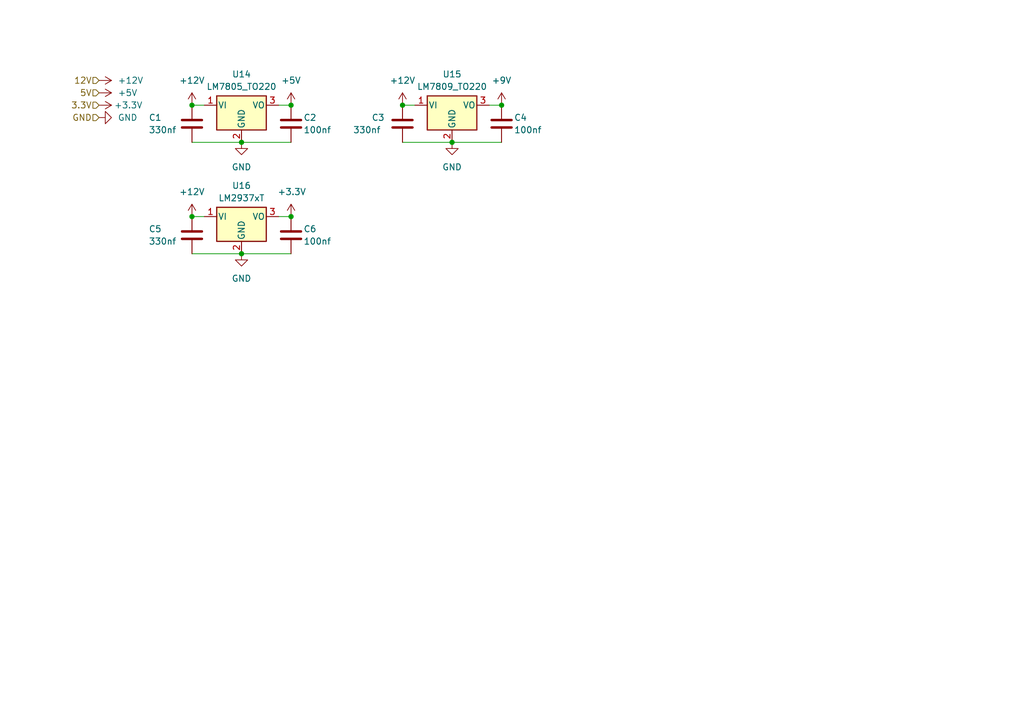
<source format=kicad_sch>
(kicad_sch (version 20231120) (generator "eeschema") (generator_version "8.0")
  (paper "A5")
  (title_block (title "Power Distribution") (date "2024-07-07") (rev "1.0"))
  (lib_symbols
    (symbol "Device:C" (pin_numbers hide) (pin_names (offset 0.254))
      (property "Reference" "C" (at 0.635 2.54 0))
      (property "Value" "C" (at 0.635 -2.54 0))
      (symbol "C_0_1"
        (polyline (pts (xy -2.032 -0.762) (xy 2.032 -0.762)) (stroke (width 0.508)))
        (polyline (pts (xy -2.032 0.762) (xy 2.032 0.762)) (stroke (width 0.508)))
      )
      (symbol "C_1_1"
        (pin passive line (at 0 3.81 270) (length 2.794) (name "~") (number "1"))
        (pin passive line (at 0 -3.81 90) (length 2.794) (name "~") (number "2"))
      )
    )
    (symbol "Regulator_Linear:LM2937xT" (pin_names (offset 0.254))
      (property "Reference" "U" (at -3.81 3.175 0))
      (property "Value" "LM2937xT" (at 0 3.175 0))
      (symbol "LM2937xT_0_1"
        (rectangle (start -5.08 1.905) (end 5.08 -5.08) (stroke (width 0.254)) (fill (type background)))
      )
      (symbol "LM2937xT_1_1"
        (pin power_in line (at -7.62 0 0) (length 2.54) (name "VI") (number "1"))
        (pin power_in line (at 0 -7.62 90) (length 2.54) (name "GND") (number "2"))
        (pin power_out line (at 7.62 0 180) (length 2.54) (name "VO") (number "3"))
      )
    )
    (symbol "Regulator_Linear:LM7805_TO220" (pin_names (offset 0.254))
      (property "Reference" "U" (at -3.81 3.175 0))
      (property "Value" "LM7805_TO220" (at 0 3.175 0))
      (symbol "LM7805_TO220_0_1"
        (rectangle (start -5.08 1.905) (end 5.08 -5.08) (stroke (width 0.254)) (fill (type background)))
      )
      (symbol "LM7805_TO220_1_1"
        (pin power_in line (at -7.62 0 0) (length 2.54) (name "VI") (number "1"))
        (pin power_in line (at 0 -7.62 90) (length 2.54) (name "GND") (number "2"))
        (pin power_out line (at 7.62 0 180) (length 2.54) (name "VO") (number "3"))
      )
    )
    (symbol "Regulator_Linear:LM7809_TO220" (pin_names (offset 0.254))
      (property "Reference" "U" (at -3.81 3.175 0))
      (property "Value" "LM7809_TO220" (at 0 3.175 0))
      (symbol "LM7809_TO220_0_1"
        (rectangle (start -5.08 1.905) (end 5.08 -5.08) (stroke (width 0.254)) (fill (type background)))
      )
      (symbol "LM7809_TO220_1_1"
        (pin power_in line (at -7.62 0 0) (length 2.54) (name "VI") (number "1"))
        (pin power_in line (at 0 -7.62 90) (length 2.54) (name "GND") (number "2"))
        (pin power_out line (at 7.62 0 180) (length 2.54) (name "VO") (number "3"))
      )
    )
    (symbol "power:+12V" (power) (pin_names (offset 0))
      (property "Value" "+12V" (at 0 3.556 0))
      (symbol "+12V_0_1"
        (polyline (pts (xy -0.762 1.27) (xy 0 2.54)))
        (polyline (pts (xy 0 0) (xy 0 2.54)))
        (polyline (pts (xy 0 2.54) (xy 0.762 1.27)))
      )
      (symbol "+12V_1_1"
        (pin power_in line (at 0 0 90) (length 0) hide (name "+12V") (number "1"))
      )
    )
    (symbol "power:+3.3V" (power) (pin_names (offset 0))
      (property "Value" "+3.3V" (at 0 3.556 0))
      (symbol "+3.3V_0_1"
        (polyline (pts (xy -0.762 1.27) (xy 0 2.54)))
        (polyline (pts (xy 0 0) (xy 0 2.54)))
        (polyline (pts (xy 0 2.54) (xy 0.762 1.27)))
      )
      (symbol "+3.3V_1_1"
        (pin power_in line (at 0 0 90) (length 0) hide (name "+3.3V") (number "1"))
      )
    )
    (symbol "power:+5V" (power) (pin_names (offset 0))
      (property "Value" "+5V" (at 0 3.556 0))
      (symbol "+5V_0_1"
        (polyline (pts (xy -0.762 1.27) (xy 0 2.54)))
        (polyline (pts (xy 0 0) (xy 0 2.54)))
        (polyline (pts (xy 0 2.54) (xy 0.762 1.27)))
      )
      (symbol "+5V_1_1"
        (pin power_in line (at 0 0 90) (length 0) hide (name "+5V") (number "1"))
      )
    )
    (symbol "power:+9V" (power) (pin_names (offset 0))
      (property "Value" "+9V" (at 0 3.556 0))
      (symbol "+9V_0_1"
        (polyline (pts (xy -0.762 1.27) (xy 0 2.54)))
        (polyline (pts (xy 0 0) (xy 0 2.54)))
        (polyline (pts (xy 0 2.54) (xy 0.762 1.27)))
      )
      (symbol "+9V_1_1"
        (pin power_in line (at 0 0 90) (length 0) hide (name "+9V") (number "1"))
      )
    )
    (symbol "power:GND" (power) (pin_names (offset 0))
      (property "Value" "GND" (at 0 -3.81 0))
      (symbol "GND_0_1"
        (polyline (pts (xy 0 0) (xy 0 -1.27) (xy 1.27 -1.27) (xy 0 -2.54) (xy -1.27 -1.27) (xy 0 -1.27)))
      )
      (symbol "GND_1_1"
        (pin power_in line (at 0 0 270) (length 0) hide (name "GND") (number "1"))
      )
    )
  )
  (junction (at 102.87 21.59))
  (junction (at 49.53 29.21))
  (junction (at 39.37 21.59))
  (junction (at 92.71 29.21))
  (junction (at 82.55 21.59))
  (junction (at 59.69 44.45))
  (junction (at 39.37 44.45))
  (junction (at 59.69 21.59))
  (junction (at 49.53 52.07))
  (wire (pts (xy 39.37 29.21) (xy 49.53 29.21)))
  (wire (pts (xy 39.37 44.45) (xy 41.91 44.45)))
  (wire (pts (xy 57.15 21.59) (xy 59.69 21.59)))
  (wire (pts (xy 49.53 52.07) (xy 59.69 52.07)))
  (wire (pts (xy 92.71 29.21) (xy 102.87 29.21)))
  (wire (pts (xy 82.55 21.59) (xy 85.09 21.59)))
  (wire (pts (xy 82.55 29.21) (xy 92.71 29.21)))
  (wire (pts (xy 39.37 52.07) (xy 49.53 52.07)))
  (wire (pts (xy 49.53 29.21) (xy 59.69 29.21)))
  (wire (pts (xy 39.37 21.59) (xy 41.91 21.59)))
  (wire (pts (xy 100.33 21.59) (xy 102.87 21.59)))
  (wire (pts (xy 57.15 44.45) (xy 59.69 44.45)))
  (hierarchical_label "12V" (shape input) (at 20.32 16.51 180))
  (hierarchical_label "3.3V" (shape input) (at 20.32 21.59 180))
  (hierarchical_label "GND" (shape input) (at 20.32 24.13 180))
  (hierarchical_label "5V" (shape input) (at 20.32 19.05 180))
  (symbol (lib_id "Device:C") (at 59.69 25.4 0) (unit 1)
    (property "Reference" "C2" (at 62.23 24.13 0) (effects (justify left)))
    (property "Value" "100nf" (at 62.23 26.67 0) (effects (justify left)))
    (property "Footprint" "Capacitor_SMD:C_0805_2012Metric_Pad1.18x1.45mm_HandSolder" (effects (hide yes)))
    (property "Datasheet" "https://mm.digikey.com/Volume0/opasdata/d220001/medias/docus/4005/0805B104K101CC.pdf" (effects (hide yes)))
  )
  (symbol (lib_id "Device:C") (at 59.69 48.26 0) (unit 1)
    (property "Reference" "C6" (at 62.23 46.99 0) (effects (justify left)))
    (property "Value" "100nf" (at 62.23 49.53 0) (effects (justify left)))
    (property "Footprint" "Capacitor_SMD:C_0805_2012Metric_Pad1.18x1.45mm_HandSolder" (effects (hide yes)))
    (property "Datasheet" "https://mm.digikey.com/Volume0/opasdata/d220001/medias/docus/4005/0805B104K101CC.pdf" (effects (hide yes)))
  )
  (symbol (lib_id "power:+3.3V") (at 20.32 21.59 270) (unit 1)
    (property "Reference" "#PWR087" (effects (hide yes)))
    (property "Value" "+3.3V" (at 23.368 21.59 90) (effects (justify left)))
  )
  (symbol (lib_id "power:+12V") (at 39.37 44.45 0) (unit 1)
    (property "Reference" "#PWR0111" (effects (hide yes)))
    (property "Value" "+12V" (at 39.37 39.37 0))
  )
  (symbol (lib_id "power:+9V") (at 102.87 21.59 0) (unit 1)
    (property "Reference" "#PWR049" (effects (hide yes)))
    (property "Value" "+9V" (at 102.87 16.51 0))
  )
  (symbol (lib_id "Device:C") (at 82.55 25.4 0) (unit 1)
    (property "Reference" "C3" (at 76.2 24.13 0) (effects (justify left)))
    (property "Value" "330nf" (at 72.39 26.67 0) (effects (justify left)))
    (property "Footprint" "Capacitor_SMD:C_0805_2012Metric_Pad1.18x1.45mm_HandSolder" (effects (hide yes)))
  )
  (symbol (lib_id "Regulator_Linear:LM2937xT") (at 49.53 44.45 0) (unit 1)
    (property "Reference" "U16" (at 49.53 38.1 0))
    (property "Value" "LM2937xT" (at 49.53 40.64 0))
    (property "Footprint" "Package_TO_SOT_THT:TO-220-3_Vertical" (effects (hide yes)))
    (property "Datasheet" "http://www.ti.com/lit/ds/symlink/lm2937.pdf" (effects (hide yes)))
    (property "Description" "500-mA Low Dropout Regulator, TO-220" (effects (hide yes)))
  )
  (symbol (lib_id "Device:C") (at 39.37 48.26 0) (unit 1)
    (property "Reference" "C5" (at 30.48 46.99 0) (effects (justify left)))
    (property "Value" "330nf" (at 30.48 49.53 0) (effects (justify left)))
    (property "Footprint" "Capacitor_SMD:C_0805_2012Metric_Pad1.18x1.45mm_HandSolder" (effects (hide yes)))
    (property "Datasheet" "https://mm.digikey.com/Volume0/opasdata/d220001/medias/docus/4262/0805B334K250CC.pdf" (effects (hide yes)))
  )
  (symbol (lib_id "power:+12V") (at 39.37 21.59 0) (unit 1)
    (property "Reference" "#PWR03" (effects (hide yes)))
    (property "Value" "+12V" (at 39.37 16.51 0))
  )
  (symbol (lib_id "Device:C") (at 39.37 25.4 0) (unit 1)
    (property "Reference" "C1" (at 30.48 24.13 0) (effects (justify left)))
    (property "Value" "330nf" (at 30.48 26.67 0) (effects (justify left)))
    (property "Footprint" "Capacitor_SMD:C_0805_2012Metric_Pad1.18x1.45mm_HandSolder" (effects (hide yes)))
    (property "Datasheet" "https://mm.digikey.com/Volume0/opasdata/d220001/medias/docus/4262/0805B334K250CC.pdf" (effects (hide yes)))
  )
  (symbol (lib_id "power:GND") (at 49.53 52.07 0) (unit 1)
    (property "Reference" "#PWR086" (effects (hide yes)))
    (property "Value" "GND" (at 49.53 57.15 0))
  )
  (symbol (lib_id "power:GND") (at 92.71 29.21 0) (unit 1)
    (property "Reference" "#PWR048" (effects (hide yes)))
    (property "Value" "GND" (at 92.71 34.29 0))
  )
  (symbol (lib_id "power:+12V") (at 20.32 16.51 270) (unit 1)
    (property "Reference" "#PWR094" (effects (hide yes)))
    (property "Value" "+12V" (at 24.13 16.5099 90) (effects (justify left)))
  )
  (symbol (lib_id "power:+12V") (at 82.55 21.59 0) (unit 1)
    (property "Reference" "#PWR09" (effects (hide yes)))
    (property "Value" "+12V" (at 82.55 16.51 0))
  )
  (symbol (lib_id "power:GND") (at 20.32 24.13 90) (unit 1)
    (property "Reference" "#PWR098" (effects (hide yes)))
    (property "Value" "GND" (at 24.13 24.13 90) (effects (justify right)))
  )
  (symbol (lib_id "power:+3.3V") (at 59.69 44.45 0) (unit 1)
    (property "Reference" "#PWR088" (effects (hide yes)))
    (property "Value" "+3.3V" (at 56.896 39.37 0) (effects (justify left)))
  )
  (symbol (lib_id "Regulator_Linear:LM7805_TO220") (at 49.53 21.59 0) (unit 1)
    (property "Reference" "U14" (at 49.53 15.24 0))
    (property "Value" "LM7805_TO220" (at 49.53 17.78 0))
    (property "Footprint" "Package_TO_SOT_THT:TO-220-3_Vertical" (effects (hide yes)))
    (property "Datasheet" "https://www.onsemi.cn/PowerSolutions/document/MC7800-D.PDF" (effects (hide yes)))
  )
  (symbol (lib_id "Device:C") (at 102.87 25.4 0) (unit 1)
    (property "Reference" "C4" (at 105.41 24.13 0) (effects (justify left)))
    (property "Value" "100nf" (at 105.41 26.67 0) (effects (justify left)))
    (property "Footprint" "Capacitor_SMD:C_0805_2012Metric_Pad1.18x1.45mm_HandSolder" (effects (hide yes)))
  )
  (symbol (lib_id "power:+5V") (at 59.69 21.59 0) (unit 1)
    (property "Reference" "#PWR050" (effects (hide yes)))
    (property "Value" "+5V" (at 59.69 16.51 0))
  )
  (symbol (lib_id "Regulator_Linear:LM7809_TO220") (at 92.71 21.59 0) (unit 1)
    (property "Reference" "U15" (at 92.71 15.24 0))
    (property "Value" "LM7809_TO220" (at 92.71 17.78 0))
    (property "Footprint" "Package_TO_SOT_THT:TO-220-3_Vertical" (effects (hide yes)))
    (property "Datasheet" "https://www.onsemi.cn/PowerSolutions/document/MC7800-D.PDF" (effects (hide yes)))
  )
  (symbol (lib_id "power:+5V") (at 20.32 19.05 270) (unit 1)
    (property "Reference" "#PWR097" (effects (hide yes)))
    (property "Value" "+5V" (at 24.13 19.0499 90) (effects (justify left)))
  )
  (symbol (lib_id "power:GND") (at 49.53 29.21 0) (unit 1)
    (property "Reference" "#PWR028" (effects (hide yes)))
    (property "Value" "GND" (at 49.53 34.29 0))
  )
)
</source>
